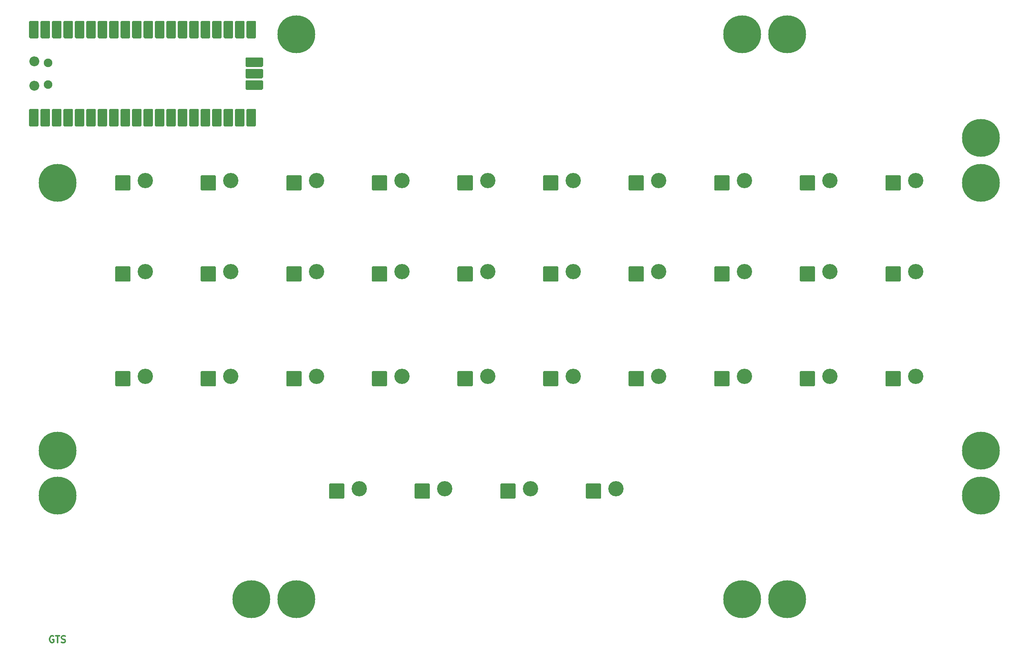
<source format=gbr>
%TF.GenerationSoftware,KiCad,Pcbnew,5.1.10-88a1d61d58~88~ubuntu20.04.1*%
%TF.CreationDate,2021-06-07T00:33:57-07:00*%
%TF.ProjectId,Stenokey,5374656e-6f6b-4657-992e-6b696361645f,1.0*%
%TF.SameCoordinates,Original*%
%TF.FileFunction,Soldermask,Top*%
%TF.FilePolarity,Negative*%
%FSLAX46Y46*%
G04 Gerber Fmt 4.6, Leading zero omitted, Abs format (unit mm)*
G04 Created by KiCad (PCBNEW 5.1.10-88a1d61d58~88~ubuntu20.04.1) date 2021-06-07 00:33:57*
%MOMM*%
%LPD*%
G01*
G04 APERTURE LIST*
%ADD10C,0.300000*%
%ADD11C,8.400000*%
%ADD12C,3.400000*%
%ADD13O,2.100000X2.100000*%
%ADD14O,2.200000X2.200000*%
%ADD15O,1.900000X1.900000*%
G04 APERTURE END LIST*
D10*
X116107142Y-201250000D02*
X115964285Y-201178571D01*
X115750000Y-201178571D01*
X115535714Y-201250000D01*
X115392857Y-201392857D01*
X115321428Y-201535714D01*
X115250000Y-201821428D01*
X115250000Y-202035714D01*
X115321428Y-202321428D01*
X115392857Y-202464285D01*
X115535714Y-202607142D01*
X115750000Y-202678571D01*
X115892857Y-202678571D01*
X116107142Y-202607142D01*
X116178571Y-202535714D01*
X116178571Y-202035714D01*
X115892857Y-202035714D01*
X116607142Y-201178571D02*
X117464285Y-201178571D01*
X117035714Y-202678571D02*
X117035714Y-201178571D01*
X117892857Y-202607142D02*
X118107142Y-202678571D01*
X118464285Y-202678571D01*
X118607142Y-202607142D01*
X118678571Y-202535714D01*
X118750000Y-202392857D01*
X118750000Y-202250000D01*
X118678571Y-202107142D01*
X118607142Y-202035714D01*
X118464285Y-201964285D01*
X118178571Y-201892857D01*
X118035714Y-201821428D01*
X117964285Y-201750000D01*
X117892857Y-201607142D01*
X117892857Y-201464285D01*
X117964285Y-201321428D01*
X118035714Y-201250000D01*
X118178571Y-201178571D01*
X118535714Y-201178571D01*
X118750000Y-201250000D01*
D11*
%TO.C,Z9*%
X279000000Y-193000000D03*
%TD*%
%TO.C,SW25*%
G36*
G01*
X205800000Y-145500000D02*
X205800000Y-142500000D01*
G75*
G02*
X206000000Y-142300000I200000J0D01*
G01*
X209000000Y-142300000D01*
G75*
G02*
X209200000Y-142500000I0J-200000D01*
G01*
X209200000Y-145500000D01*
G75*
G02*
X209000000Y-145700000I-200000J0D01*
G01*
X206000000Y-145700000D01*
G75*
G02*
X205800000Y-145500000I0J200000D01*
G01*
G37*
D12*
X212500000Y-143500000D03*
%TD*%
D11*
%TO.C,Z12*%
X160000000Y-193000000D03*
%TD*%
%TO.C,SW15*%
G36*
G01*
X205800000Y-122250000D02*
X205800000Y-119250000D01*
G75*
G02*
X206000000Y-119050000I200000J0D01*
G01*
X209000000Y-119050000D01*
G75*
G02*
X209200000Y-119250000I0J-200000D01*
G01*
X209200000Y-122250000D01*
G75*
G02*
X209000000Y-122450000I-200000J0D01*
G01*
X206000000Y-122450000D01*
G75*
G02*
X205800000Y-122250000I0J200000D01*
G01*
G37*
D12*
X212500000Y-120250000D03*
%TD*%
%TO.C,SW1*%
G36*
G01*
X129800000Y-102000000D02*
X129800000Y-99000000D01*
G75*
G02*
X130000000Y-98800000I200000J0D01*
G01*
X133000000Y-98800000D01*
G75*
G02*
X133200000Y-99000000I0J-200000D01*
G01*
X133200000Y-102000000D01*
G75*
G02*
X133000000Y-102200000I-200000J0D01*
G01*
X130000000Y-102200000D01*
G75*
G02*
X129800000Y-102000000I0J200000D01*
G01*
G37*
X136500000Y-100000000D03*
%TD*%
D13*
%TO.C,U1*%
X111760000Y-85090000D03*
X114300000Y-85090000D03*
G36*
G01*
X117690000Y-86140000D02*
X115990000Y-86140000D01*
G75*
G02*
X115790000Y-85940000I0J200000D01*
G01*
X115790000Y-84240000D01*
G75*
G02*
X115990000Y-84040000I200000J0D01*
G01*
X117690000Y-84040000D01*
G75*
G02*
X117890000Y-84240000I0J-200000D01*
G01*
X117890000Y-85940000D01*
G75*
G02*
X117690000Y-86140000I-200000J0D01*
G01*
G37*
X119380000Y-85090000D03*
X121920000Y-85090000D03*
X124460000Y-85090000D03*
X127000000Y-85090000D03*
G36*
G01*
X130390000Y-86140000D02*
X128690000Y-86140000D01*
G75*
G02*
X128490000Y-85940000I0J200000D01*
G01*
X128490000Y-84240000D01*
G75*
G02*
X128690000Y-84040000I200000J0D01*
G01*
X130390000Y-84040000D01*
G75*
G02*
X130590000Y-84240000I0J-200000D01*
G01*
X130590000Y-85940000D01*
G75*
G02*
X130390000Y-86140000I-200000J0D01*
G01*
G37*
X132080000Y-85090000D03*
X134620000Y-85090000D03*
X137160000Y-85090000D03*
X139700000Y-85090000D03*
G36*
G01*
X143090000Y-86140000D02*
X141390000Y-86140000D01*
G75*
G02*
X141190000Y-85940000I0J200000D01*
G01*
X141190000Y-84240000D01*
G75*
G02*
X141390000Y-84040000I200000J0D01*
G01*
X143090000Y-84040000D01*
G75*
G02*
X143290000Y-84240000I0J-200000D01*
G01*
X143290000Y-85940000D01*
G75*
G02*
X143090000Y-86140000I-200000J0D01*
G01*
G37*
X144780000Y-85090000D03*
X147320000Y-85090000D03*
X149860000Y-85090000D03*
X152400000Y-85090000D03*
G36*
G01*
X155790000Y-86140000D02*
X154090000Y-86140000D01*
G75*
G02*
X153890000Y-85940000I0J200000D01*
G01*
X153890000Y-84240000D01*
G75*
G02*
X154090000Y-84040000I200000J0D01*
G01*
X155790000Y-84040000D01*
G75*
G02*
X155990000Y-84240000I0J-200000D01*
G01*
X155990000Y-85940000D01*
G75*
G02*
X155790000Y-86140000I-200000J0D01*
G01*
G37*
X157480000Y-85090000D03*
X160020000Y-85090000D03*
X160020000Y-67310000D03*
X157480000Y-67310000D03*
G36*
G01*
X155790000Y-68360000D02*
X154090000Y-68360000D01*
G75*
G02*
X153890000Y-68160000I0J200000D01*
G01*
X153890000Y-66460000D01*
G75*
G02*
X154090000Y-66260000I200000J0D01*
G01*
X155790000Y-66260000D01*
G75*
G02*
X155990000Y-66460000I0J-200000D01*
G01*
X155990000Y-68160000D01*
G75*
G02*
X155790000Y-68360000I-200000J0D01*
G01*
G37*
X152400000Y-67310000D03*
X149860000Y-67310000D03*
X147320000Y-67310000D03*
X144780000Y-67310000D03*
G36*
G01*
X143090000Y-68360000D02*
X141390000Y-68360000D01*
G75*
G02*
X141190000Y-68160000I0J200000D01*
G01*
X141190000Y-66460000D01*
G75*
G02*
X141390000Y-66260000I200000J0D01*
G01*
X143090000Y-66260000D01*
G75*
G02*
X143290000Y-66460000I0J-200000D01*
G01*
X143290000Y-68160000D01*
G75*
G02*
X143090000Y-68360000I-200000J0D01*
G01*
G37*
X139700000Y-67310000D03*
X137160000Y-67310000D03*
X134620000Y-67310000D03*
X132080000Y-67310000D03*
G36*
G01*
X130390000Y-68360000D02*
X128690000Y-68360000D01*
G75*
G02*
X128490000Y-68160000I0J200000D01*
G01*
X128490000Y-66460000D01*
G75*
G02*
X128690000Y-66260000I200000J0D01*
G01*
X130390000Y-66260000D01*
G75*
G02*
X130590000Y-66460000I0J-200000D01*
G01*
X130590000Y-68160000D01*
G75*
G02*
X130390000Y-68360000I-200000J0D01*
G01*
G37*
X127000000Y-67310000D03*
X124460000Y-67310000D03*
X121920000Y-67310000D03*
X119380000Y-67310000D03*
G36*
G01*
X117690000Y-68360000D02*
X115990000Y-68360000D01*
G75*
G02*
X115790000Y-68160000I0J200000D01*
G01*
X115790000Y-66460000D01*
G75*
G02*
X115990000Y-66260000I200000J0D01*
G01*
X117690000Y-66260000D01*
G75*
G02*
X117890000Y-66460000I0J-200000D01*
G01*
X117890000Y-68160000D01*
G75*
G02*
X117690000Y-68360000I-200000J0D01*
G01*
G37*
X114300000Y-67310000D03*
X111760000Y-67310000D03*
G36*
G01*
X112610000Y-87940000D02*
X110910000Y-87940000D01*
G75*
G02*
X110710000Y-87740000I0J200000D01*
G01*
X110710000Y-84240000D01*
G75*
G02*
X110910000Y-84040000I200000J0D01*
G01*
X112610000Y-84040000D01*
G75*
G02*
X112810000Y-84240000I0J-200000D01*
G01*
X112810000Y-87740000D01*
G75*
G02*
X112610000Y-87940000I-200000J0D01*
G01*
G37*
G36*
G01*
X115150000Y-87940000D02*
X113450000Y-87940000D01*
G75*
G02*
X113250000Y-87740000I0J200000D01*
G01*
X113250000Y-84240000D01*
G75*
G02*
X113450000Y-84040000I200000J0D01*
G01*
X115150000Y-84040000D01*
G75*
G02*
X115350000Y-84240000I0J-200000D01*
G01*
X115350000Y-87740000D01*
G75*
G02*
X115150000Y-87940000I-200000J0D01*
G01*
G37*
G36*
G01*
X117690000Y-87940000D02*
X115990000Y-87940000D01*
G75*
G02*
X115790000Y-87740000I0J200000D01*
G01*
X115790000Y-84240000D01*
G75*
G02*
X115990000Y-84040000I200000J0D01*
G01*
X117690000Y-84040000D01*
G75*
G02*
X117890000Y-84240000I0J-200000D01*
G01*
X117890000Y-87740000D01*
G75*
G02*
X117690000Y-87940000I-200000J0D01*
G01*
G37*
G36*
G01*
X120230000Y-87940000D02*
X118530000Y-87940000D01*
G75*
G02*
X118330000Y-87740000I0J200000D01*
G01*
X118330000Y-84240000D01*
G75*
G02*
X118530000Y-84040000I200000J0D01*
G01*
X120230000Y-84040000D01*
G75*
G02*
X120430000Y-84240000I0J-200000D01*
G01*
X120430000Y-87740000D01*
G75*
G02*
X120230000Y-87940000I-200000J0D01*
G01*
G37*
G36*
G01*
X122770000Y-87940000D02*
X121070000Y-87940000D01*
G75*
G02*
X120870000Y-87740000I0J200000D01*
G01*
X120870000Y-84240000D01*
G75*
G02*
X121070000Y-84040000I200000J0D01*
G01*
X122770000Y-84040000D01*
G75*
G02*
X122970000Y-84240000I0J-200000D01*
G01*
X122970000Y-87740000D01*
G75*
G02*
X122770000Y-87940000I-200000J0D01*
G01*
G37*
G36*
G01*
X125310000Y-87940000D02*
X123610000Y-87940000D01*
G75*
G02*
X123410000Y-87740000I0J200000D01*
G01*
X123410000Y-84240000D01*
G75*
G02*
X123610000Y-84040000I200000J0D01*
G01*
X125310000Y-84040000D01*
G75*
G02*
X125510000Y-84240000I0J-200000D01*
G01*
X125510000Y-87740000D01*
G75*
G02*
X125310000Y-87940000I-200000J0D01*
G01*
G37*
G36*
G01*
X127850000Y-87940000D02*
X126150000Y-87940000D01*
G75*
G02*
X125950000Y-87740000I0J200000D01*
G01*
X125950000Y-84240000D01*
G75*
G02*
X126150000Y-84040000I200000J0D01*
G01*
X127850000Y-84040000D01*
G75*
G02*
X128050000Y-84240000I0J-200000D01*
G01*
X128050000Y-87740000D01*
G75*
G02*
X127850000Y-87940000I-200000J0D01*
G01*
G37*
G36*
G01*
X130390000Y-87940000D02*
X128690000Y-87940000D01*
G75*
G02*
X128490000Y-87740000I0J200000D01*
G01*
X128490000Y-84240000D01*
G75*
G02*
X128690000Y-84040000I200000J0D01*
G01*
X130390000Y-84040000D01*
G75*
G02*
X130590000Y-84240000I0J-200000D01*
G01*
X130590000Y-87740000D01*
G75*
G02*
X130390000Y-87940000I-200000J0D01*
G01*
G37*
G36*
G01*
X132930000Y-87940000D02*
X131230000Y-87940000D01*
G75*
G02*
X131030000Y-87740000I0J200000D01*
G01*
X131030000Y-84240000D01*
G75*
G02*
X131230000Y-84040000I200000J0D01*
G01*
X132930000Y-84040000D01*
G75*
G02*
X133130000Y-84240000I0J-200000D01*
G01*
X133130000Y-87740000D01*
G75*
G02*
X132930000Y-87940000I-200000J0D01*
G01*
G37*
G36*
G01*
X135470000Y-87940000D02*
X133770000Y-87940000D01*
G75*
G02*
X133570000Y-87740000I0J200000D01*
G01*
X133570000Y-84240000D01*
G75*
G02*
X133770000Y-84040000I200000J0D01*
G01*
X135470000Y-84040000D01*
G75*
G02*
X135670000Y-84240000I0J-200000D01*
G01*
X135670000Y-87740000D01*
G75*
G02*
X135470000Y-87940000I-200000J0D01*
G01*
G37*
G36*
G01*
X138010000Y-87940000D02*
X136310000Y-87940000D01*
G75*
G02*
X136110000Y-87740000I0J200000D01*
G01*
X136110000Y-84240000D01*
G75*
G02*
X136310000Y-84040000I200000J0D01*
G01*
X138010000Y-84040000D01*
G75*
G02*
X138210000Y-84240000I0J-200000D01*
G01*
X138210000Y-87740000D01*
G75*
G02*
X138010000Y-87940000I-200000J0D01*
G01*
G37*
G36*
G01*
X140550000Y-87940000D02*
X138850000Y-87940000D01*
G75*
G02*
X138650000Y-87740000I0J200000D01*
G01*
X138650000Y-84240000D01*
G75*
G02*
X138850000Y-84040000I200000J0D01*
G01*
X140550000Y-84040000D01*
G75*
G02*
X140750000Y-84240000I0J-200000D01*
G01*
X140750000Y-87740000D01*
G75*
G02*
X140550000Y-87940000I-200000J0D01*
G01*
G37*
G36*
G01*
X143090000Y-87940000D02*
X141390000Y-87940000D01*
G75*
G02*
X141190000Y-87740000I0J200000D01*
G01*
X141190000Y-84240000D01*
G75*
G02*
X141390000Y-84040000I200000J0D01*
G01*
X143090000Y-84040000D01*
G75*
G02*
X143290000Y-84240000I0J-200000D01*
G01*
X143290000Y-87740000D01*
G75*
G02*
X143090000Y-87940000I-200000J0D01*
G01*
G37*
G36*
G01*
X145630000Y-87940000D02*
X143930000Y-87940000D01*
G75*
G02*
X143730000Y-87740000I0J200000D01*
G01*
X143730000Y-84240000D01*
G75*
G02*
X143930000Y-84040000I200000J0D01*
G01*
X145630000Y-84040000D01*
G75*
G02*
X145830000Y-84240000I0J-200000D01*
G01*
X145830000Y-87740000D01*
G75*
G02*
X145630000Y-87940000I-200000J0D01*
G01*
G37*
G36*
G01*
X148170000Y-87940000D02*
X146470000Y-87940000D01*
G75*
G02*
X146270000Y-87740000I0J200000D01*
G01*
X146270000Y-84240000D01*
G75*
G02*
X146470000Y-84040000I200000J0D01*
G01*
X148170000Y-84040000D01*
G75*
G02*
X148370000Y-84240000I0J-200000D01*
G01*
X148370000Y-87740000D01*
G75*
G02*
X148170000Y-87940000I-200000J0D01*
G01*
G37*
G36*
G01*
X150710000Y-87940000D02*
X149010000Y-87940000D01*
G75*
G02*
X148810000Y-87740000I0J200000D01*
G01*
X148810000Y-84240000D01*
G75*
G02*
X149010000Y-84040000I200000J0D01*
G01*
X150710000Y-84040000D01*
G75*
G02*
X150910000Y-84240000I0J-200000D01*
G01*
X150910000Y-87740000D01*
G75*
G02*
X150710000Y-87940000I-200000J0D01*
G01*
G37*
G36*
G01*
X153250000Y-87940000D02*
X151550000Y-87940000D01*
G75*
G02*
X151350000Y-87740000I0J200000D01*
G01*
X151350000Y-84240000D01*
G75*
G02*
X151550000Y-84040000I200000J0D01*
G01*
X153250000Y-84040000D01*
G75*
G02*
X153450000Y-84240000I0J-200000D01*
G01*
X153450000Y-87740000D01*
G75*
G02*
X153250000Y-87940000I-200000J0D01*
G01*
G37*
G36*
G01*
X155790000Y-87940000D02*
X154090000Y-87940000D01*
G75*
G02*
X153890000Y-87740000I0J200000D01*
G01*
X153890000Y-84240000D01*
G75*
G02*
X154090000Y-84040000I200000J0D01*
G01*
X155790000Y-84040000D01*
G75*
G02*
X155990000Y-84240000I0J-200000D01*
G01*
X155990000Y-87740000D01*
G75*
G02*
X155790000Y-87940000I-200000J0D01*
G01*
G37*
G36*
G01*
X158330000Y-87940000D02*
X156630000Y-87940000D01*
G75*
G02*
X156430000Y-87740000I0J200000D01*
G01*
X156430000Y-84240000D01*
G75*
G02*
X156630000Y-84040000I200000J0D01*
G01*
X158330000Y-84040000D01*
G75*
G02*
X158530000Y-84240000I0J-200000D01*
G01*
X158530000Y-87740000D01*
G75*
G02*
X158330000Y-87940000I-200000J0D01*
G01*
G37*
G36*
G01*
X160870000Y-87940000D02*
X159170000Y-87940000D01*
G75*
G02*
X158970000Y-87740000I0J200000D01*
G01*
X158970000Y-84240000D01*
G75*
G02*
X159170000Y-84040000I200000J0D01*
G01*
X160870000Y-84040000D01*
G75*
G02*
X161070000Y-84240000I0J-200000D01*
G01*
X161070000Y-87740000D01*
G75*
G02*
X160870000Y-87940000I-200000J0D01*
G01*
G37*
G36*
G01*
X112610000Y-68360000D02*
X110910000Y-68360000D01*
G75*
G02*
X110710000Y-68160000I0J200000D01*
G01*
X110710000Y-64660000D01*
G75*
G02*
X110910000Y-64460000I200000J0D01*
G01*
X112610000Y-64460000D01*
G75*
G02*
X112810000Y-64660000I0J-200000D01*
G01*
X112810000Y-68160000D01*
G75*
G02*
X112610000Y-68360000I-200000J0D01*
G01*
G37*
G36*
G01*
X115150000Y-68360000D02*
X113450000Y-68360000D01*
G75*
G02*
X113250000Y-68160000I0J200000D01*
G01*
X113250000Y-64660000D01*
G75*
G02*
X113450000Y-64460000I200000J0D01*
G01*
X115150000Y-64460000D01*
G75*
G02*
X115350000Y-64660000I0J-200000D01*
G01*
X115350000Y-68160000D01*
G75*
G02*
X115150000Y-68360000I-200000J0D01*
G01*
G37*
G36*
G01*
X117690000Y-68360000D02*
X115990000Y-68360000D01*
G75*
G02*
X115790000Y-68160000I0J200000D01*
G01*
X115790000Y-64660000D01*
G75*
G02*
X115990000Y-64460000I200000J0D01*
G01*
X117690000Y-64460000D01*
G75*
G02*
X117890000Y-64660000I0J-200000D01*
G01*
X117890000Y-68160000D01*
G75*
G02*
X117690000Y-68360000I-200000J0D01*
G01*
G37*
G36*
G01*
X120230000Y-68360000D02*
X118530000Y-68360000D01*
G75*
G02*
X118330000Y-68160000I0J200000D01*
G01*
X118330000Y-64660000D01*
G75*
G02*
X118530000Y-64460000I200000J0D01*
G01*
X120230000Y-64460000D01*
G75*
G02*
X120430000Y-64660000I0J-200000D01*
G01*
X120430000Y-68160000D01*
G75*
G02*
X120230000Y-68360000I-200000J0D01*
G01*
G37*
G36*
G01*
X122770000Y-68360000D02*
X121070000Y-68360000D01*
G75*
G02*
X120870000Y-68160000I0J200000D01*
G01*
X120870000Y-64660000D01*
G75*
G02*
X121070000Y-64460000I200000J0D01*
G01*
X122770000Y-64460000D01*
G75*
G02*
X122970000Y-64660000I0J-200000D01*
G01*
X122970000Y-68160000D01*
G75*
G02*
X122770000Y-68360000I-200000J0D01*
G01*
G37*
G36*
G01*
X125310000Y-68360000D02*
X123610000Y-68360000D01*
G75*
G02*
X123410000Y-68160000I0J200000D01*
G01*
X123410000Y-64660000D01*
G75*
G02*
X123610000Y-64460000I200000J0D01*
G01*
X125310000Y-64460000D01*
G75*
G02*
X125510000Y-64660000I0J-200000D01*
G01*
X125510000Y-68160000D01*
G75*
G02*
X125310000Y-68360000I-200000J0D01*
G01*
G37*
G36*
G01*
X127850000Y-68360000D02*
X126150000Y-68360000D01*
G75*
G02*
X125950000Y-68160000I0J200000D01*
G01*
X125950000Y-64660000D01*
G75*
G02*
X126150000Y-64460000I200000J0D01*
G01*
X127850000Y-64460000D01*
G75*
G02*
X128050000Y-64660000I0J-200000D01*
G01*
X128050000Y-68160000D01*
G75*
G02*
X127850000Y-68360000I-200000J0D01*
G01*
G37*
G36*
G01*
X130390000Y-68360000D02*
X128690000Y-68360000D01*
G75*
G02*
X128490000Y-68160000I0J200000D01*
G01*
X128490000Y-64660000D01*
G75*
G02*
X128690000Y-64460000I200000J0D01*
G01*
X130390000Y-64460000D01*
G75*
G02*
X130590000Y-64660000I0J-200000D01*
G01*
X130590000Y-68160000D01*
G75*
G02*
X130390000Y-68360000I-200000J0D01*
G01*
G37*
G36*
G01*
X132930000Y-68360000D02*
X131230000Y-68360000D01*
G75*
G02*
X131030000Y-68160000I0J200000D01*
G01*
X131030000Y-64660000D01*
G75*
G02*
X131230000Y-64460000I200000J0D01*
G01*
X132930000Y-64460000D01*
G75*
G02*
X133130000Y-64660000I0J-200000D01*
G01*
X133130000Y-68160000D01*
G75*
G02*
X132930000Y-68360000I-200000J0D01*
G01*
G37*
G36*
G01*
X135470000Y-68360000D02*
X133770000Y-68360000D01*
G75*
G02*
X133570000Y-68160000I0J200000D01*
G01*
X133570000Y-64660000D01*
G75*
G02*
X133770000Y-64460000I200000J0D01*
G01*
X135470000Y-64460000D01*
G75*
G02*
X135670000Y-64660000I0J-200000D01*
G01*
X135670000Y-68160000D01*
G75*
G02*
X135470000Y-68360000I-200000J0D01*
G01*
G37*
G36*
G01*
X138010000Y-68360000D02*
X136310000Y-68360000D01*
G75*
G02*
X136110000Y-68160000I0J200000D01*
G01*
X136110000Y-64660000D01*
G75*
G02*
X136310000Y-64460000I200000J0D01*
G01*
X138010000Y-64460000D01*
G75*
G02*
X138210000Y-64660000I0J-200000D01*
G01*
X138210000Y-68160000D01*
G75*
G02*
X138010000Y-68360000I-200000J0D01*
G01*
G37*
G36*
G01*
X140550000Y-68360000D02*
X138850000Y-68360000D01*
G75*
G02*
X138650000Y-68160000I0J200000D01*
G01*
X138650000Y-64660000D01*
G75*
G02*
X138850000Y-64460000I200000J0D01*
G01*
X140550000Y-64460000D01*
G75*
G02*
X140750000Y-64660000I0J-200000D01*
G01*
X140750000Y-68160000D01*
G75*
G02*
X140550000Y-68360000I-200000J0D01*
G01*
G37*
G36*
G01*
X143090000Y-68360000D02*
X141390000Y-68360000D01*
G75*
G02*
X141190000Y-68160000I0J200000D01*
G01*
X141190000Y-64660000D01*
G75*
G02*
X141390000Y-64460000I200000J0D01*
G01*
X143090000Y-64460000D01*
G75*
G02*
X143290000Y-64660000I0J-200000D01*
G01*
X143290000Y-68160000D01*
G75*
G02*
X143090000Y-68360000I-200000J0D01*
G01*
G37*
G36*
G01*
X145630000Y-68360000D02*
X143930000Y-68360000D01*
G75*
G02*
X143730000Y-68160000I0J200000D01*
G01*
X143730000Y-64660000D01*
G75*
G02*
X143930000Y-64460000I200000J0D01*
G01*
X145630000Y-64460000D01*
G75*
G02*
X145830000Y-64660000I0J-200000D01*
G01*
X145830000Y-68160000D01*
G75*
G02*
X145630000Y-68360000I-200000J0D01*
G01*
G37*
G36*
G01*
X148170000Y-68360000D02*
X146470000Y-68360000D01*
G75*
G02*
X146270000Y-68160000I0J200000D01*
G01*
X146270000Y-64660000D01*
G75*
G02*
X146470000Y-64460000I200000J0D01*
G01*
X148170000Y-64460000D01*
G75*
G02*
X148370000Y-64660000I0J-200000D01*
G01*
X148370000Y-68160000D01*
G75*
G02*
X148170000Y-68360000I-200000J0D01*
G01*
G37*
G36*
G01*
X150710000Y-68360000D02*
X149010000Y-68360000D01*
G75*
G02*
X148810000Y-68160000I0J200000D01*
G01*
X148810000Y-64660000D01*
G75*
G02*
X149010000Y-64460000I200000J0D01*
G01*
X150710000Y-64460000D01*
G75*
G02*
X150910000Y-64660000I0J-200000D01*
G01*
X150910000Y-68160000D01*
G75*
G02*
X150710000Y-68360000I-200000J0D01*
G01*
G37*
G36*
G01*
X153250000Y-68360000D02*
X151550000Y-68360000D01*
G75*
G02*
X151350000Y-68160000I0J200000D01*
G01*
X151350000Y-64660000D01*
G75*
G02*
X151550000Y-64460000I200000J0D01*
G01*
X153250000Y-64460000D01*
G75*
G02*
X153450000Y-64660000I0J-200000D01*
G01*
X153450000Y-68160000D01*
G75*
G02*
X153250000Y-68360000I-200000J0D01*
G01*
G37*
G36*
G01*
X155790000Y-68360000D02*
X154090000Y-68360000D01*
G75*
G02*
X153890000Y-68160000I0J200000D01*
G01*
X153890000Y-64660000D01*
G75*
G02*
X154090000Y-64460000I200000J0D01*
G01*
X155790000Y-64460000D01*
G75*
G02*
X155990000Y-64660000I0J-200000D01*
G01*
X155990000Y-68160000D01*
G75*
G02*
X155790000Y-68360000I-200000J0D01*
G01*
G37*
G36*
G01*
X158330000Y-68360000D02*
X156630000Y-68360000D01*
G75*
G02*
X156430000Y-68160000I0J200000D01*
G01*
X156430000Y-64660000D01*
G75*
G02*
X156630000Y-64460000I200000J0D01*
G01*
X158330000Y-64460000D01*
G75*
G02*
X158530000Y-64660000I0J-200000D01*
G01*
X158530000Y-68160000D01*
G75*
G02*
X158330000Y-68360000I-200000J0D01*
G01*
G37*
G36*
G01*
X160870000Y-68360000D02*
X159170000Y-68360000D01*
G75*
G02*
X158970000Y-68160000I0J200000D01*
G01*
X158970000Y-64660000D01*
G75*
G02*
X159170000Y-64460000I200000J0D01*
G01*
X160870000Y-64460000D01*
G75*
G02*
X161070000Y-64660000I0J-200000D01*
G01*
X161070000Y-68160000D01*
G75*
G02*
X160870000Y-68360000I-200000J0D01*
G01*
G37*
D14*
X111890000Y-78925000D03*
X111890000Y-73475000D03*
D15*
X114920000Y-78625000D03*
X114920000Y-73775000D03*
G36*
G01*
X162640000Y-77890000D02*
X162640000Y-79590000D01*
G75*
G02*
X162440000Y-79790000I-200000J0D01*
G01*
X158940000Y-79790000D01*
G75*
G02*
X158740000Y-79590000I0J200000D01*
G01*
X158740000Y-77890000D01*
G75*
G02*
X158940000Y-77690000I200000J0D01*
G01*
X162440000Y-77690000D01*
G75*
G02*
X162640000Y-77890000I0J-200000D01*
G01*
G37*
D13*
X159790000Y-78740000D03*
G36*
G01*
X162640000Y-75350000D02*
X162640000Y-77050000D01*
G75*
G02*
X162440000Y-77250000I-200000J0D01*
G01*
X158940000Y-77250000D01*
G75*
G02*
X158740000Y-77050000I0J200000D01*
G01*
X158740000Y-75350000D01*
G75*
G02*
X158940000Y-75150000I200000J0D01*
G01*
X162440000Y-75150000D01*
G75*
G02*
X162640000Y-75350000I0J-200000D01*
G01*
G37*
G36*
G01*
X160640000Y-77250000D02*
X158940000Y-77250000D01*
G75*
G02*
X158740000Y-77050000I0J200000D01*
G01*
X158740000Y-75350000D01*
G75*
G02*
X158940000Y-75150000I200000J0D01*
G01*
X160640000Y-75150000D01*
G75*
G02*
X160840000Y-75350000I0J-200000D01*
G01*
X160840000Y-77050000D01*
G75*
G02*
X160640000Y-77250000I-200000J0D01*
G01*
G37*
G36*
G01*
X162640000Y-72810000D02*
X162640000Y-74510000D01*
G75*
G02*
X162440000Y-74710000I-200000J0D01*
G01*
X158940000Y-74710000D01*
G75*
G02*
X158740000Y-74510000I0J200000D01*
G01*
X158740000Y-72810000D01*
G75*
G02*
X158940000Y-72610000I200000J0D01*
G01*
X162440000Y-72610000D01*
G75*
G02*
X162640000Y-72810000I0J-200000D01*
G01*
G37*
X159790000Y-73660000D03*
%TD*%
D11*
%TO.C,Z14*%
X117000000Y-160000000D03*
%TD*%
%TO.C,Z11*%
X170000000Y-193000000D03*
%TD*%
%TO.C,Z10*%
X269000000Y-193000000D03*
%TD*%
%TO.C,SW26*%
G36*
G01*
X224800000Y-145500000D02*
X224800000Y-142500000D01*
G75*
G02*
X225000000Y-142300000I200000J0D01*
G01*
X228000000Y-142300000D01*
G75*
G02*
X228200000Y-142500000I0J-200000D01*
G01*
X228200000Y-145500000D01*
G75*
G02*
X228000000Y-145700000I-200000J0D01*
G01*
X225000000Y-145700000D01*
G75*
G02*
X224800000Y-145500000I0J200000D01*
G01*
G37*
D12*
X231500000Y-143500000D03*
%TD*%
%TO.C,SW16*%
G36*
G01*
X224800000Y-122250000D02*
X224800000Y-119250000D01*
G75*
G02*
X225000000Y-119050000I200000J0D01*
G01*
X228000000Y-119050000D01*
G75*
G02*
X228200000Y-119250000I0J-200000D01*
G01*
X228200000Y-122250000D01*
G75*
G02*
X228000000Y-122450000I-200000J0D01*
G01*
X225000000Y-122450000D01*
G75*
G02*
X224800000Y-122250000I0J200000D01*
G01*
G37*
X231500000Y-120250000D03*
%TD*%
D11*
%TO.C,Z2*%
X170000000Y-67500000D03*
%TD*%
%TO.C,SW12*%
G36*
G01*
X148800000Y-122250000D02*
X148800000Y-119250000D01*
G75*
G02*
X149000000Y-119050000I200000J0D01*
G01*
X152000000Y-119050000D01*
G75*
G02*
X152200000Y-119250000I0J-200000D01*
G01*
X152200000Y-122250000D01*
G75*
G02*
X152000000Y-122450000I-200000J0D01*
G01*
X149000000Y-122450000D01*
G75*
G02*
X148800000Y-122250000I0J200000D01*
G01*
G37*
D12*
X155500000Y-120250000D03*
%TD*%
%TO.C,SW28*%
G36*
G01*
X262800000Y-145500000D02*
X262800000Y-142500000D01*
G75*
G02*
X263000000Y-142300000I200000J0D01*
G01*
X266000000Y-142300000D01*
G75*
G02*
X266200000Y-142500000I0J-200000D01*
G01*
X266200000Y-145500000D01*
G75*
G02*
X266000000Y-145700000I-200000J0D01*
G01*
X263000000Y-145700000D01*
G75*
G02*
X262800000Y-145500000I0J200000D01*
G01*
G37*
X269500000Y-143500000D03*
%TD*%
%TO.C,SW27*%
G36*
G01*
X243800000Y-145500000D02*
X243800000Y-142500000D01*
G75*
G02*
X244000000Y-142300000I200000J0D01*
G01*
X247000000Y-142300000D01*
G75*
G02*
X247200000Y-142500000I0J-200000D01*
G01*
X247200000Y-145500000D01*
G75*
G02*
X247000000Y-145700000I-200000J0D01*
G01*
X244000000Y-145700000D01*
G75*
G02*
X243800000Y-145500000I0J200000D01*
G01*
G37*
X250500000Y-143500000D03*
%TD*%
%TO.C,SW6*%
G36*
G01*
X224800000Y-102000000D02*
X224800000Y-99000000D01*
G75*
G02*
X225000000Y-98800000I200000J0D01*
G01*
X228000000Y-98800000D01*
G75*
G02*
X228200000Y-99000000I0J-200000D01*
G01*
X228200000Y-102000000D01*
G75*
G02*
X228000000Y-102200000I-200000J0D01*
G01*
X225000000Y-102200000D01*
G75*
G02*
X224800000Y-102000000I0J200000D01*
G01*
G37*
X231500000Y-100000000D03*
%TD*%
%TO.C,SW9*%
G36*
G01*
X281800000Y-102000000D02*
X281800000Y-99000000D01*
G75*
G02*
X282000000Y-98800000I200000J0D01*
G01*
X285000000Y-98800000D01*
G75*
G02*
X285200000Y-99000000I0J-200000D01*
G01*
X285200000Y-102000000D01*
G75*
G02*
X285000000Y-102200000I-200000J0D01*
G01*
X282000000Y-102200000D01*
G75*
G02*
X281800000Y-102000000I0J200000D01*
G01*
G37*
X288500000Y-100000000D03*
%TD*%
%TO.C,SW5*%
G36*
G01*
X205800000Y-102000000D02*
X205800000Y-99000000D01*
G75*
G02*
X206000000Y-98800000I200000J0D01*
G01*
X209000000Y-98800000D01*
G75*
G02*
X209200000Y-99000000I0J-200000D01*
G01*
X209200000Y-102000000D01*
G75*
G02*
X209000000Y-102200000I-200000J0D01*
G01*
X206000000Y-102200000D01*
G75*
G02*
X205800000Y-102000000I0J200000D01*
G01*
G37*
X212500000Y-100000000D03*
%TD*%
%TO.C,SW23*%
G36*
G01*
X167800000Y-145500000D02*
X167800000Y-142500000D01*
G75*
G02*
X168000000Y-142300000I200000J0D01*
G01*
X171000000Y-142300000D01*
G75*
G02*
X171200000Y-142500000I0J-200000D01*
G01*
X171200000Y-145500000D01*
G75*
G02*
X171000000Y-145700000I-200000J0D01*
G01*
X168000000Y-145700000D01*
G75*
G02*
X167800000Y-145500000I0J200000D01*
G01*
G37*
X174500000Y-143500000D03*
%TD*%
%TO.C,SW19*%
G36*
G01*
X281800000Y-122250000D02*
X281800000Y-119250000D01*
G75*
G02*
X282000000Y-119050000I200000J0D01*
G01*
X285000000Y-119050000D01*
G75*
G02*
X285200000Y-119250000I0J-200000D01*
G01*
X285200000Y-122250000D01*
G75*
G02*
X285000000Y-122450000I-200000J0D01*
G01*
X282000000Y-122450000D01*
G75*
G02*
X281800000Y-122250000I0J200000D01*
G01*
G37*
X288500000Y-120250000D03*
%TD*%
%TO.C,SW31*%
G36*
G01*
X177300000Y-170500000D02*
X177300000Y-167500000D01*
G75*
G02*
X177500000Y-167300000I200000J0D01*
G01*
X180500000Y-167300000D01*
G75*
G02*
X180700000Y-167500000I0J-200000D01*
G01*
X180700000Y-170500000D01*
G75*
G02*
X180500000Y-170700000I-200000J0D01*
G01*
X177500000Y-170700000D01*
G75*
G02*
X177300000Y-170500000I0J200000D01*
G01*
G37*
X184000000Y-168500000D03*
%TD*%
D11*
%TO.C,Z3*%
X269000000Y-67500000D03*
%TD*%
%TO.C,SW30*%
G36*
G01*
X300800000Y-145500000D02*
X300800000Y-142500000D01*
G75*
G02*
X301000000Y-142300000I200000J0D01*
G01*
X304000000Y-142300000D01*
G75*
G02*
X304200000Y-142500000I0J-200000D01*
G01*
X304200000Y-145500000D01*
G75*
G02*
X304000000Y-145700000I-200000J0D01*
G01*
X301000000Y-145700000D01*
G75*
G02*
X300800000Y-145500000I0J200000D01*
G01*
G37*
D12*
X307500000Y-143500000D03*
%TD*%
%TO.C,SW18*%
G36*
G01*
X262800000Y-122250000D02*
X262800000Y-119250000D01*
G75*
G02*
X263000000Y-119050000I200000J0D01*
G01*
X266000000Y-119050000D01*
G75*
G02*
X266200000Y-119250000I0J-200000D01*
G01*
X266200000Y-122250000D01*
G75*
G02*
X266000000Y-122450000I-200000J0D01*
G01*
X263000000Y-122450000D01*
G75*
G02*
X262800000Y-122250000I0J200000D01*
G01*
G37*
X269500000Y-120250000D03*
%TD*%
%TO.C,SW14*%
G36*
G01*
X186800000Y-122250000D02*
X186800000Y-119250000D01*
G75*
G02*
X187000000Y-119050000I200000J0D01*
G01*
X190000000Y-119050000D01*
G75*
G02*
X190200000Y-119250000I0J-200000D01*
G01*
X190200000Y-122250000D01*
G75*
G02*
X190000000Y-122450000I-200000J0D01*
G01*
X187000000Y-122450000D01*
G75*
G02*
X186800000Y-122250000I0J200000D01*
G01*
G37*
X193500000Y-120250000D03*
%TD*%
D11*
%TO.C,Z13*%
X117000000Y-170000000D03*
%TD*%
%TO.C,SW34*%
G36*
G01*
X234300000Y-170500000D02*
X234300000Y-167500000D01*
G75*
G02*
X234500000Y-167300000I200000J0D01*
G01*
X237500000Y-167300000D01*
G75*
G02*
X237700000Y-167500000I0J-200000D01*
G01*
X237700000Y-170500000D01*
G75*
G02*
X237500000Y-170700000I-200000J0D01*
G01*
X234500000Y-170700000D01*
G75*
G02*
X234300000Y-170500000I0J200000D01*
G01*
G37*
D12*
X241000000Y-168500000D03*
%TD*%
D11*
%TO.C,Z7*%
X322000000Y-160000000D03*
%TD*%
%TO.C,Z5*%
X322000000Y-90500000D03*
%TD*%
%TO.C,Z6*%
X322000000Y-100500000D03*
%TD*%
%TO.C,SW11*%
G36*
G01*
X129800000Y-122250000D02*
X129800000Y-119250000D01*
G75*
G02*
X130000000Y-119050000I200000J0D01*
G01*
X133000000Y-119050000D01*
G75*
G02*
X133200000Y-119250000I0J-200000D01*
G01*
X133200000Y-122250000D01*
G75*
G02*
X133000000Y-122450000I-200000J0D01*
G01*
X130000000Y-122450000D01*
G75*
G02*
X129800000Y-122250000I0J200000D01*
G01*
G37*
D12*
X136500000Y-120250000D03*
%TD*%
%TO.C,SW20*%
G36*
G01*
X300800000Y-122250000D02*
X300800000Y-119250000D01*
G75*
G02*
X301000000Y-119050000I200000J0D01*
G01*
X304000000Y-119050000D01*
G75*
G02*
X304200000Y-119250000I0J-200000D01*
G01*
X304200000Y-122250000D01*
G75*
G02*
X304000000Y-122450000I-200000J0D01*
G01*
X301000000Y-122450000D01*
G75*
G02*
X300800000Y-122250000I0J200000D01*
G01*
G37*
X307500000Y-120250000D03*
%TD*%
%TO.C,SW8*%
G36*
G01*
X262800000Y-102000000D02*
X262800000Y-99000000D01*
G75*
G02*
X263000000Y-98800000I200000J0D01*
G01*
X266000000Y-98800000D01*
G75*
G02*
X266200000Y-99000000I0J-200000D01*
G01*
X266200000Y-102000000D01*
G75*
G02*
X266000000Y-102200000I-200000J0D01*
G01*
X263000000Y-102200000D01*
G75*
G02*
X262800000Y-102000000I0J200000D01*
G01*
G37*
X269500000Y-100000000D03*
%TD*%
%TO.C,SW10*%
G36*
G01*
X300800000Y-102000000D02*
X300800000Y-99000000D01*
G75*
G02*
X301000000Y-98800000I200000J0D01*
G01*
X304000000Y-98800000D01*
G75*
G02*
X304200000Y-99000000I0J-200000D01*
G01*
X304200000Y-102000000D01*
G75*
G02*
X304000000Y-102200000I-200000J0D01*
G01*
X301000000Y-102200000D01*
G75*
G02*
X300800000Y-102000000I0J200000D01*
G01*
G37*
X307500000Y-100000000D03*
%TD*%
D11*
%TO.C,Z4*%
X279000000Y-67500000D03*
%TD*%
%TO.C,SW33*%
G36*
G01*
X215300000Y-170500000D02*
X215300000Y-167500000D01*
G75*
G02*
X215500000Y-167300000I200000J0D01*
G01*
X218500000Y-167300000D01*
G75*
G02*
X218700000Y-167500000I0J-200000D01*
G01*
X218700000Y-170500000D01*
G75*
G02*
X218500000Y-170700000I-200000J0D01*
G01*
X215500000Y-170700000D01*
G75*
G02*
X215300000Y-170500000I0J200000D01*
G01*
G37*
D12*
X222000000Y-168500000D03*
%TD*%
%TO.C,SW13*%
G36*
G01*
X167800000Y-122250000D02*
X167800000Y-119250000D01*
G75*
G02*
X168000000Y-119050000I200000J0D01*
G01*
X171000000Y-119050000D01*
G75*
G02*
X171200000Y-119250000I0J-200000D01*
G01*
X171200000Y-122250000D01*
G75*
G02*
X171000000Y-122450000I-200000J0D01*
G01*
X168000000Y-122450000D01*
G75*
G02*
X167800000Y-122250000I0J200000D01*
G01*
G37*
X174500000Y-120250000D03*
%TD*%
%TO.C,SW7*%
G36*
G01*
X243800000Y-102000000D02*
X243800000Y-99000000D01*
G75*
G02*
X244000000Y-98800000I200000J0D01*
G01*
X247000000Y-98800000D01*
G75*
G02*
X247200000Y-99000000I0J-200000D01*
G01*
X247200000Y-102000000D01*
G75*
G02*
X247000000Y-102200000I-200000J0D01*
G01*
X244000000Y-102200000D01*
G75*
G02*
X243800000Y-102000000I0J200000D01*
G01*
G37*
X250500000Y-100000000D03*
%TD*%
%TO.C,SW29*%
G36*
G01*
X281800000Y-145500000D02*
X281800000Y-142500000D01*
G75*
G02*
X282000000Y-142300000I200000J0D01*
G01*
X285000000Y-142300000D01*
G75*
G02*
X285200000Y-142500000I0J-200000D01*
G01*
X285200000Y-145500000D01*
G75*
G02*
X285000000Y-145700000I-200000J0D01*
G01*
X282000000Y-145700000D01*
G75*
G02*
X281800000Y-145500000I0J200000D01*
G01*
G37*
X288500000Y-143500000D03*
%TD*%
%TO.C,SW21*%
G36*
G01*
X129800000Y-145500000D02*
X129800000Y-142500000D01*
G75*
G02*
X130000000Y-142300000I200000J0D01*
G01*
X133000000Y-142300000D01*
G75*
G02*
X133200000Y-142500000I0J-200000D01*
G01*
X133200000Y-145500000D01*
G75*
G02*
X133000000Y-145700000I-200000J0D01*
G01*
X130000000Y-145700000D01*
G75*
G02*
X129800000Y-145500000I0J200000D01*
G01*
G37*
X136500000Y-143500000D03*
%TD*%
%TO.C,SW32*%
G36*
G01*
X196300000Y-170500000D02*
X196300000Y-167500000D01*
G75*
G02*
X196500000Y-167300000I200000J0D01*
G01*
X199500000Y-167300000D01*
G75*
G02*
X199700000Y-167500000I0J-200000D01*
G01*
X199700000Y-170500000D01*
G75*
G02*
X199500000Y-170700000I-200000J0D01*
G01*
X196500000Y-170700000D01*
G75*
G02*
X196300000Y-170500000I0J200000D01*
G01*
G37*
X203000000Y-168500000D03*
%TD*%
%TO.C,SW17*%
G36*
G01*
X243800000Y-122250000D02*
X243800000Y-119250000D01*
G75*
G02*
X244000000Y-119050000I200000J0D01*
G01*
X247000000Y-119050000D01*
G75*
G02*
X247200000Y-119250000I0J-200000D01*
G01*
X247200000Y-122250000D01*
G75*
G02*
X247000000Y-122450000I-200000J0D01*
G01*
X244000000Y-122450000D01*
G75*
G02*
X243800000Y-122250000I0J200000D01*
G01*
G37*
X250500000Y-120250000D03*
%TD*%
%TO.C,SW2*%
G36*
G01*
X148800000Y-102000000D02*
X148800000Y-99000000D01*
G75*
G02*
X149000000Y-98800000I200000J0D01*
G01*
X152000000Y-98800000D01*
G75*
G02*
X152200000Y-99000000I0J-200000D01*
G01*
X152200000Y-102000000D01*
G75*
G02*
X152000000Y-102200000I-200000J0D01*
G01*
X149000000Y-102200000D01*
G75*
G02*
X148800000Y-102000000I0J200000D01*
G01*
G37*
X155500000Y-100000000D03*
%TD*%
%TO.C,SW3*%
G36*
G01*
X167800000Y-102000000D02*
X167800000Y-99000000D01*
G75*
G02*
X168000000Y-98800000I200000J0D01*
G01*
X171000000Y-98800000D01*
G75*
G02*
X171200000Y-99000000I0J-200000D01*
G01*
X171200000Y-102000000D01*
G75*
G02*
X171000000Y-102200000I-200000J0D01*
G01*
X168000000Y-102200000D01*
G75*
G02*
X167800000Y-102000000I0J200000D01*
G01*
G37*
X174500000Y-100000000D03*
%TD*%
D11*
%TO.C,Z8*%
X322000000Y-170000000D03*
%TD*%
%TO.C,SW24*%
G36*
G01*
X186800000Y-145500000D02*
X186800000Y-142500000D01*
G75*
G02*
X187000000Y-142300000I200000J0D01*
G01*
X190000000Y-142300000D01*
G75*
G02*
X190200000Y-142500000I0J-200000D01*
G01*
X190200000Y-145500000D01*
G75*
G02*
X190000000Y-145700000I-200000J0D01*
G01*
X187000000Y-145700000D01*
G75*
G02*
X186800000Y-145500000I0J200000D01*
G01*
G37*
D12*
X193500000Y-143500000D03*
%TD*%
%TO.C,SW4*%
G36*
G01*
X186800000Y-102000000D02*
X186800000Y-99000000D01*
G75*
G02*
X187000000Y-98800000I200000J0D01*
G01*
X190000000Y-98800000D01*
G75*
G02*
X190200000Y-99000000I0J-200000D01*
G01*
X190200000Y-102000000D01*
G75*
G02*
X190000000Y-102200000I-200000J0D01*
G01*
X187000000Y-102200000D01*
G75*
G02*
X186800000Y-102000000I0J200000D01*
G01*
G37*
X193500000Y-100000000D03*
%TD*%
D11*
%TO.C,Z15*%
X117000000Y-100500000D03*
%TD*%
%TO.C,SW22*%
G36*
G01*
X148800000Y-145500000D02*
X148800000Y-142500000D01*
G75*
G02*
X149000000Y-142300000I200000J0D01*
G01*
X152000000Y-142300000D01*
G75*
G02*
X152200000Y-142500000I0J-200000D01*
G01*
X152200000Y-145500000D01*
G75*
G02*
X152000000Y-145700000I-200000J0D01*
G01*
X149000000Y-145700000D01*
G75*
G02*
X148800000Y-145500000I0J200000D01*
G01*
G37*
D12*
X155500000Y-143500000D03*
%TD*%
M02*

</source>
